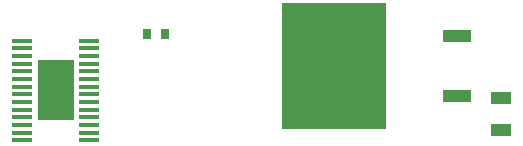
<source format=gbp>
G04 Layer_Color=128*
%FSLAX25Y25*%
%MOIN*%
G70*
G01*
G75*
%ADD10R,0.06693X0.04331*%
%ADD12R,0.02756X0.03543*%
%ADD29R,0.09449X0.04134*%
%ADD30R,0.35039X0.41929*%
%ADD31R,0.06600X0.01400*%
%ADD32R,0.12205X0.20394*%
G36*
X354206Y168161D02*
X348891D01*
Y172472D01*
X354206D01*
Y168161D01*
D02*
G37*
G36*
X360309D02*
X354994D01*
Y172472D01*
X360309D01*
Y168161D01*
D02*
G37*
G36*
X354206Y163063D02*
X348891D01*
Y167374D01*
X354206D01*
Y163063D01*
D02*
G37*
G36*
X360309D02*
X354994D01*
Y167374D01*
X360309D01*
Y163063D01*
D02*
G37*
G36*
X354206Y178358D02*
X348891D01*
Y182669D01*
X354206D01*
Y178358D01*
D02*
G37*
G36*
X360309D02*
X354994D01*
Y182669D01*
X360309D01*
Y178358D01*
D02*
G37*
G36*
X354206Y173259D02*
X348891D01*
Y177571D01*
X354206D01*
Y173259D01*
D02*
G37*
G36*
X360309D02*
X354994D01*
Y177571D01*
X360309D01*
Y173259D01*
D02*
G37*
D10*
X503000Y170438D02*
D03*
Y159808D02*
D03*
D12*
X390953Y191623D02*
D03*
X385047D02*
D03*
D29*
X488272Y191123D02*
D03*
Y171123D02*
D03*
D30*
X447524Y181123D02*
D03*
D31*
X343500Y156232D02*
D03*
Y158791D02*
D03*
Y161350D02*
D03*
Y163909D02*
D03*
Y166468D02*
D03*
Y169027D02*
D03*
Y171586D02*
D03*
Y174145D02*
D03*
Y176705D02*
D03*
Y179264D02*
D03*
Y181823D02*
D03*
Y184382D02*
D03*
Y186941D02*
D03*
Y189500D02*
D03*
X365700D02*
D03*
Y186941D02*
D03*
Y184382D02*
D03*
Y181823D02*
D03*
Y179264D02*
D03*
Y176705D02*
D03*
Y174145D02*
D03*
Y171586D02*
D03*
Y169027D02*
D03*
Y166468D02*
D03*
Y163909D02*
D03*
Y161350D02*
D03*
Y158791D02*
D03*
Y156232D02*
D03*
D32*
X354600Y172866D02*
D03*
M02*

</source>
